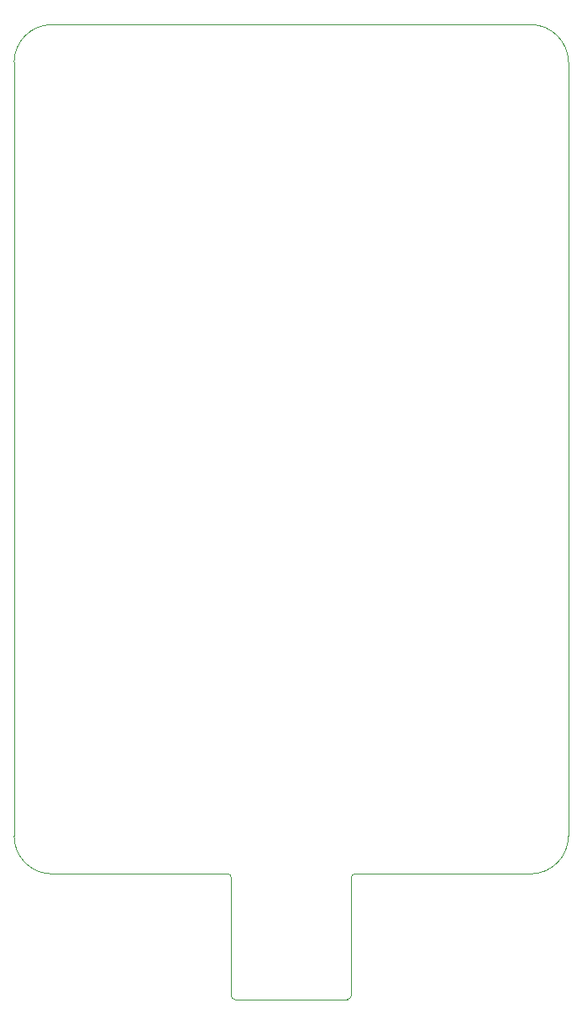
<source format=gbr>
G04 #@! TF.GenerationSoftware,KiCad,Pcbnew,(5.1.7)-1*
G04 #@! TF.CreationDate,2021-01-29T19:27:48+01:00*
G04 #@! TF.ProjectId,powiloc,706f7769-6c6f-4632-9e6b-696361645f70,rev?*
G04 #@! TF.SameCoordinates,Original*
G04 #@! TF.FileFunction,Profile,NP*
%FSLAX46Y46*%
G04 Gerber Fmt 4.6, Leading zero omitted, Abs format (unit mm)*
G04 Created by KiCad (PCBNEW (5.1.7)-1) date 2021-01-29 19:27:48*
%MOMM*%
%LPD*%
G01*
G04 APERTURE LIST*
G04 #@! TA.AperFunction,Profile*
%ADD10C,0.050000*%
G04 #@! TD*
G04 APERTURE END LIST*
D10*
X135813800Y-139700000D02*
G75*
G02*
X136194800Y-140081000I0J-381000D01*
G01*
X148285200Y-140081000D02*
G75*
G02*
X148666200Y-139700000I381000J0D01*
G01*
X148285200Y-151968200D02*
G75*
G02*
X147904200Y-152349200I-381000J0D01*
G01*
X136575800Y-152349200D02*
G75*
G02*
X136194800Y-151968200I0J381000D01*
G01*
X118110000Y-139700000D02*
X135813800Y-139700000D01*
X166370000Y-139700000D02*
X148666200Y-139700000D01*
X148285200Y-151968200D02*
X148285200Y-140081000D01*
X136575800Y-152349200D02*
X147904200Y-152349200D01*
X136194800Y-140081000D02*
X136194800Y-151968200D01*
X114300000Y-57912000D02*
G75*
G02*
X118110000Y-54102000I3810000J0D01*
G01*
X166370000Y-54102000D02*
G75*
G02*
X170180000Y-57912000I0J-3810000D01*
G01*
X118110000Y-139700000D02*
G75*
G02*
X114300000Y-135890000I0J3810000D01*
G01*
X170180000Y-135890000D02*
G75*
G02*
X166370000Y-139700000I-3810000J0D01*
G01*
X114300000Y-135890000D02*
X114300000Y-57912000D01*
X170180000Y-57912000D02*
X170180000Y-135890000D01*
X118110000Y-54102000D02*
X166370000Y-54102000D01*
M02*

</source>
